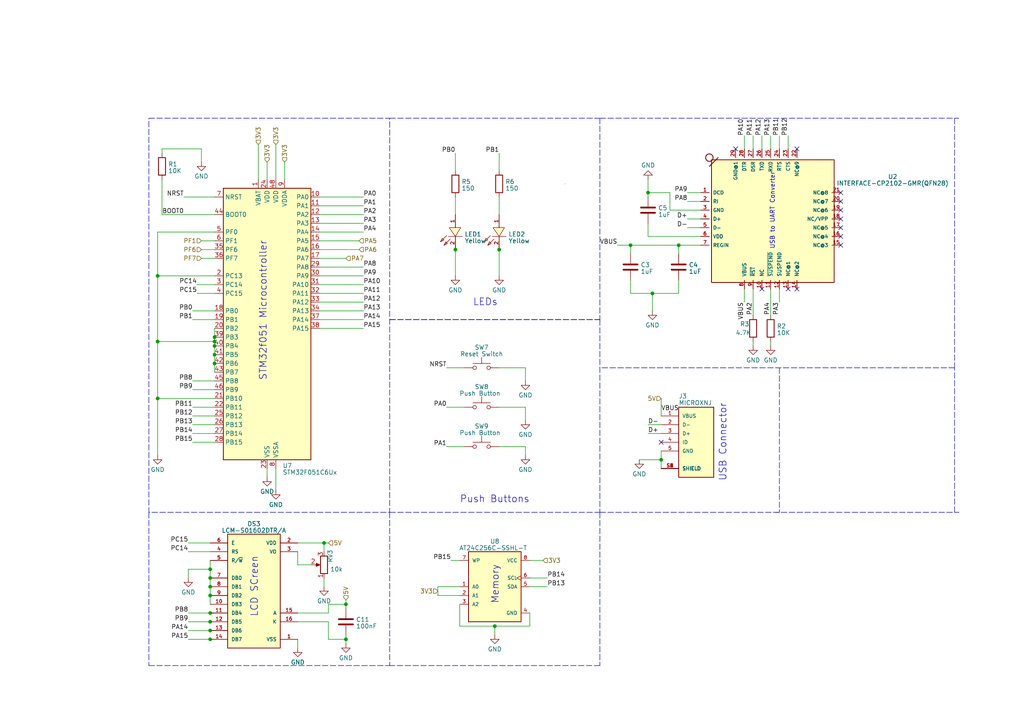
<source format=kicad_sch>
(kicad_sch (version 20230121) (generator eeschema)
  (paper "A4")
  (title_block (title "EEE3088F Microcontroller Subsystem ") (date "2023-03-18") (rev "V3") (company "University of Cape Town ") (comment 1 "Group 11") (comment 2 "Bulisani Ngwenya") (comment 3 "NGWBUL004"))
  (lib_symbols
    (symbol "17-21SUYC_TR8:17-21SUYC_TR8" (pin_names hide)
      (property "Reference" "LED" (at 0 1.27 0))
      (property "Value" "17-21SUYC_TR8" (at 0 -2.54 0))
      (symbol "17-21SUYC_TR8_0_1"
        (polyline (pts (xy -2.032 1.524) (xy -3.81 3.302)))
        (polyline (pts (xy -1.27 2.032) (xy -1.27 -2.032)))
        (polyline (pts (xy -1.016 2.54) (xy -2.794 4.318)))
        (polyline (pts (xy -3.81 3.302) (xy -2.794 2.794) (xy -3.302 2.286) (xy -3.81 3.302)) (fill (type background)))
        (polyline (pts (xy -2.794 4.318) (xy -1.778 3.81) (xy -2.286 3.302) (xy -2.794 4.318)) (fill (type background)))
        (polyline (pts (xy 1.27 -1.524) (xy -1.27 0) (xy 1.27 1.778) (xy 1.27 -1.524)) (fill (type background)))
        (pin unspecified line (at 5.08 0 180) (length 3.81) (name "+") (number "1"))
        (pin unspecified line (at -5.08 0 0) (length 3.81) (name "-") (number "2"))
      )
    )
    (symbol "AT24C256C-SSHL-T:AT24C256C-SSHL-T" (pin_names (offset 1.016))
      (property "Reference" "U" (at -7.6427 10.1903 0))
      (property "Value" "AT24C256C-SSHL-T" (at -7.6309 -12.7181 0))
      (symbol "AT24C256C-SSHL-T_0_0"
        (rectangle (start -7.62 -10.16) (end 7.62 10.16) (stroke (width 0.254)) (fill (type background)))
        (pin input line (at -10.16 0 0) (length 2.54) (name "A0") (number "1"))
        (pin input line (at -10.16 -2.54 0) (length 2.54) (name "A1") (number "2"))
        (pin input line (at -10.16 -5.08 0) (length 2.54) (name "A2") (number "3"))
        (pin power_in line (at 10.16 -7.62 180) (length 2.54) (name "GND") (number "4"))
        (pin bidirectional line (at 10.16 0 180) (length 2.54) (name "SDA") (number "5"))
        (pin input clock (at 10.16 2.54 180) (length 2.54) (name "SCL") (number "6"))
        (pin input line (at -10.16 7.62 0) (length 2.54) (name "WP") (number "7"))
        (pin power_in line (at 10.16 7.62 180) (length 2.54) (name "VCC") (number "8"))
      )
    )
    (symbol "Device:C" (pin_numbers hide) (pin_names (offset 0.254))
      (property "Reference" "C" (at 0.635 2.54 0))
      (property "Value" "C" (at 0.635 -2.54 0))
      (symbol "C_0_1"
        (polyline (pts (xy -2.032 -0.762) (xy 2.032 -0.762)) (stroke (width 0.508)))
        (polyline (pts (xy -2.032 0.762) (xy 2.032 0.762)) (stroke (width 0.508)))
      )
      (symbol "C_1_1"
        (pin passive line (at 0 3.81 270) (length 2.794) (name "~") (number "1"))
        (pin passive line (at 0 -3.81 90) (length 2.794) (name "~") (number "2"))
      )
    )
    (symbol "Device:R" (pin_numbers hide) (pin_names (offset 0))
      (property "Reference" "R" (at 2.032 0 90))
      (property "Value" "R" (at 0 0 90))
      (symbol "R_0_1"
        (rectangle (start -1.016 -2.54) (end 1.016 2.54) (stroke (width 0.254)))
      )
      (symbol "R_1_1"
        (pin passive line (at 0 3.81 270) (length 1.27) (name "~") (number "1"))
        (pin passive line (at 0 -3.81 90) (length 1.27) (name "~") (number "2"))
      )
    )
    (symbol "Device:R_Potentiometer" (pin_names (offset 1.016) hide)
      (property "Reference" "RV" (at -4.445 0 90))
      (property "Value" "R_Potentiometer" (at -2.54 0 90))
      (symbol "R_Potentiometer_0_1"
        (polyline (pts (xy 2.54 0) (xy 1.524 0)))
        (polyline (pts (xy 1.143 0) (xy 2.286 0.508) (xy 2.286 -0.508) (xy 1.143 0)) (fill (type outline)))
        (rectangle (start 1.016 2.54) (end -1.016 -2.54) (stroke (width 0.254)))
      )
      (symbol "R_Potentiometer_1_1"
        (pin passive line (at 0 3.81 270) (length 1.27) (name "1") (number "1"))
        (pin passive line (at 3.81 0 180) (length 1.27) (name "2") (number "2"))
        (pin passive line (at 0 -3.81 90) (length 1.27) (name "3") (number "3"))
      )
    )
    (symbol "INTERFACE-CP2102-GMR_QFN28_:INTERFACE-CP2102-GMR(QFN28)" (pin_names (offset 1.016))
      (property "Reference" "U" (at -17.8087 20.3528 0))
      (property "Value" "INTERFACE-CP2102-GMR(QFN28)" (at -17.7978 -17.7978 0))
      (symbol "INTERFACE-CP2102-GMR(QFN28)_0_0"
        (circle (center -17.78 17.78) (radius 1.0776) (stroke (width 0.254)))
        (rectangle (start -17.145 -18.415) (end 18.415 17.145) (stroke (width 0.254)) (fill (type background)))
        (polyline (pts (xy -17.78 15.24) (xy -15.24 17.78)) (stroke (width 0.254)))
        (pin bidirectional line (at -20.32 7.62 0) (length 2.54) (name "DCD") (number "1"))
        (pin bidirectional line (at -2.54 -20.32 90) (length 2.54) (name "NC") (number "10"))
        (pin bidirectional line (at 0 -20.32 90) (length 2.54) (name "~{SUSPEND}") (number "11"))
        (pin bidirectional line (at 2.54 -20.32 90) (length 2.54) (name "SUSPEND") (number "12"))
        (pin bidirectional line (at 5.08 -20.32 90) (length 2.54) (name "NC@1") (number "13"))
        (pin bidirectional line (at 7.62 -20.32 90) (length 2.54) (name "NC@2") (number "14"))
        (pin bidirectional line (at 20.32 -7.62 180) (length 2.54) (name "NC@3") (number "15"))
        (pin bidirectional line (at 20.32 -5.08 180) (length 2.54) (name "NC@4") (number "16"))
        (pin bidirectional line (at 20.32 -2.54 180) (length 2.54) (name "NC@5") (number "17"))
        (pin bidirectional line (at 20.32 0 180) (length 2.54) (name "NC/VPP") (number "18"))
        (pin bidirectional line (at 20.32 2.54 180) (length 2.54) (name "NC@6") (number "19"))
        (pin bidirectional line (at -20.32 5.08 0) (length 2.54) (name "RI") (number "2"))
        (pin bidirectional line (at 20.32 5.08 180) (length 2.54) (name "NC@7") (number "20"))
        (pin bidirectional line (at 20.32 7.62 180) (length 2.54) (name "NC@8") (number "21"))
        (pin bidirectional line (at 7.62 20.32 270) (length 2.54) (name "NC@9") (number "22"))
        (pin bidirectional line (at 5.08 20.32 270) (length 2.54) (name "CTS") (number "23"))
        (pin bidirectional line (at 2.54 20.32 270) (length 2.54) (name "RTS") (number "24"))
        (pin bidirectional line (at 0 20.32 270) (length 2.54) (name "RXD") (number "25"))
        (pin bidirectional line (at -2.54 20.32 270) (length 2.54) (name "TXD") (number "26"))
        (pin bidirectional line (at -5.08 20.32 270) (length 2.54) (name "DSR") (number "27"))
        (pin bidirectional line (at -7.62 20.32 270) (length 2.54) (name "DTR") (number "28"))
        (pin bidirectional line (at -10.16 20.32 270) (length 2.54) (name "GND@1") (number "29"))
        (pin bidirectional line (at -20.32 2.54 0) (length 2.54) (name "GND") (number "3"))
        (pin bidirectional line (at -20.32 0 0) (length 2.54) (name "D+") (number "4"))
        (pin bidirectional line (at -20.32 -2.54 0) (length 2.54) (name "D-") (number "5"))
        (pin bidirectional line (at -20.32 -5.08 0) (length 2.54) (name "VDD") (number "6"))
        (pin bidirectional line (at -20.32 -7.62 0) (length 2.54) (name "REGIN") (number "7"))
        (pin bidirectional line (at -7.62 -20.32 90) (length 2.54) (name "VBUS") (number "8"))
        (pin bidirectional line (at -5.08 -20.32 90) (length 2.54) (name "~{RST}") (number "9"))
      )
    )
    (symbol "LCM-S01602DTR_A:LCM-S01602DTR{slash}A" (pin_names (offset 1.016))
      (property "Reference" "DS" (at -9.9178 18.3098 0))
      (property "Value" "LCM-S01602DTR{slash}A" (at -9.9147 -17.2871 0))
      (symbol "LCM-S01602DTR{slash}A_0_0"
        (rectangle (start -10.16 -15.24) (end 5.08 17.78) (stroke (width 0.254)) (fill (type background)))
        (pin power_in line (at 10.16 -12.7 180) (length 5.08) (name "VSS") (number "1"))
        (pin bidirectional line (at -15.24 -2.54 0) (length 5.08) (name "DB3") (number "10"))
        (pin bidirectional line (at -15.24 -5.08 0) (length 5.08) (name "DB4") (number "11"))
        (pin bidirectional line (at -15.24 -7.62 0) (length 5.08) (name "DB5") (number "12"))
        (pin bidirectional line (at -15.24 -10.16 0) (length 5.08) (name "DB6") (number "13"))
        (pin bidirectional line (at -15.24 -12.7 0) (length 5.08) (name "DB7") (number "14"))
        (pin passive line (at 10.16 -5.08 180) (length 5.08) (name "A") (number "15"))
        (pin passive line (at 10.16 -7.62 180) (length 5.08) (name "K") (number "16"))
        (pin power_in line (at 10.16 15.24 180) (length 5.08) (name "VDD") (number "2"))
        (pin power_in line (at 10.16 12.7 180) (length 5.08) (name "VO") (number "3"))
        (pin input line (at -15.24 12.7 0) (length 5.08) (name "RS") (number "4"))
        (pin input line (at -15.24 10.16 0) (length 5.08) (name "R/~{W}") (number "5"))
        (pin input line (at -15.24 15.24 0) (length 5.08) (name "E") (number "6"))
        (pin bidirectional line (at -15.24 5.08 0) (length 5.08) (name "DB0") (number "7"))
        (pin bidirectional line (at -15.24 2.54 0) (length 5.08) (name "DB1") (number "8"))
        (pin bidirectional line (at -15.24 0 0) (length 5.08) (name "DB2") (number "9"))
      )
    )
    (symbol "MCU_ST_STM32F0:STM32F051C6Ux"
      (property "Reference" "U" (at -12.7 41.91 0))
      (property "Value" "STM32F051C6Ux" (at 7.62 41.91 0))
      (symbol "STM32F051C6Ux_0_1"
        (rectangle (start -12.7 -38.1) (end 12.7 40.64) (stroke (width 0.254)) (fill (type background)))
      )
      (symbol "STM32F051C6Ux_1_1"
        (pin power_in line (at -2.54 43.18 270) (length 2.54) (name "VBAT") (number "1"))
        (pin bidirectional line (at 15.24 38.1 180) (length 2.54) (name "PA0") (number "10"))
        (pin bidirectional line (at 15.24 35.56 180) (length 2.54) (name "PA1") (number "11"))
        (pin bidirectional line (at 15.24 33.02 180) (length 2.54) (name "PA2") (number "12"))
        (pin bidirectional line (at 15.24 30.48 180) (length 2.54) (name "PA3") (number "13"))
        (pin bidirectional line (at 15.24 27.94 180) (length 2.54) (name "PA4") (number "14"))
        (pin bidirectional line (at 15.24 25.4 180) (length 2.54) (name "PA5") (number "15"))
        (pin bidirectional line (at 15.24 22.86 180) (length 2.54) (name "PA6") (number "16"))
        (pin bidirectional line (at 15.24 20.32 180) (length 2.54) (name "PA7") (number "17"))
        (pin bidirectional line (at -15.24 5.08 0) (length 2.54) (name "PB0") (number "18"))
        (pin bidirectional line (at -15.24 2.54 0) (length 2.54) (name "PB1") (number "19"))
        (pin bidirectional line (at -15.24 15.24 0) (length 2.54) (name "PC13") (number "2"))
        (pin bidirectional line (at -15.24 0 0) (length 2.54) (name "PB2") (number "20"))
        (pin bidirectional line (at -15.24 -20.32 0) (length 2.54) (name "PB10") (number "21"))
        (pin bidirectional line (at -15.24 -22.86 0) (length 2.54) (name "PB11") (number "22"))
        (pin power_in line (at 0 -40.64 90) (length 2.54) (name "VSS") (number "23"))
        (pin power_in line (at 0 43.18 270) (length 2.54) (name "VDD") (number "24"))
        (pin bidirectional line (at -15.24 -25.4 0) (length 2.54) (name "PB12") (number "25"))
        (pin bidirectional line (at -15.24 -27.94 0) (length 2.54) (name "PB13") (number "26"))
        (pin bidirectional line (at -15.24 -30.48 0) (length 2.54) (name "PB14") (number "27"))
        (pin bidirectional line (at -15.24 -33.02 0) (length 2.54) (name "PB15") (number "28"))
        (pin bidirectional line (at 15.24 17.78 180) (length 2.54) (name "PA8") (number "29"))
        (pin bidirectional line (at -15.24 12.7 0) (length 2.54) (name "PC14") (number "3"))
        (pin bidirectional line (at 15.24 15.24 180) (length 2.54) (name "PA9") (number "30"))
        (pin bidirectional line (at 15.24 12.7 180) (length 2.54) (name "PA10") (number "31"))
        (pin bidirectional line (at 15.24 10.16 180) (length 2.54) (name "PA11") (number "32"))
        (pin bidirectional line (at 15.24 7.62 180) (length 2.54) (name "PA12") (number "33"))
        (pin bidirectional line (at 15.24 5.08 180) (length 2.54) (name "PA13") (number "34"))
        (pin bidirectional line (at -15.24 22.86 0) (length 2.54) (name "PF6") (number "35"))
        (pin bidirectional line (at -15.24 20.32 0) (length 2.54) (name "PF7") (number "36"))
        (pin bidirectional line (at 15.24 2.54 180) (length 2.54) (name "PA14") (number "37"))
        (pin bidirectional line (at 15.24 0 180) (length 2.54) (name "PA15") (number "38"))
        (pin bidirectional line (at -15.24 -2.54 0) (length 2.54) (name "PB3") (number "39"))
        (pin bidirectional line (at -15.24 10.16 0) (length 2.54) (name "PC15") (number "4"))
        (pin bidirectional line (at -15.24 -5.08 0) (length 2.54) (name "PB4") (number "40"))
        (pin bidirectional line (at -15.24 -7.62 0) (length 2.54) (name "PB5") (number "41"))
        (pin bidirectional line (at -15.24 -10.16 0) (length 2.54) (name "PB6") (number "42"))
        (pin bidirectional line (at -15.24 -12.7 0) (length 2.54) (name "PB7") (number "43"))
        (pin input line (at -15.24 33.02 0) (length 2.54) (name "BOOT0") (number "44"))
        (pin bidirectional line (at -15.24 -15.24 0) (length 2.54) (name "PB8") (number "45"))
        (pin bidirectional line (at -15.24 -17.78 0) (length 2.54) (name "PB9") (number "46"))
        (pin passive line (at 0 -40.64 90) (length 2.54) hide (name "VSS") (number "47"))
        (pin power_in line (at 2.54 43.18 270) (length 2.54) (name "VDD") (number "48"))
        (pin passive line (at 0 -40.64 90) (length 2.54) hide (name "VSS") (number "49"))
        (pin bidirectional line (at -15.24 27.94 0) (length 2.54) (name "PF0") (number "5"))
        (pin bidirectional line (at -15.24 25.4 0) (length 2.54) (name "PF1") (number "6"))
        (pin input line (at -15.24 38.1 0) (length 2.54) (name "NRST") (number "7"))
        (pin power_in line (at 2.54 -40.64 90) (length 2.54) (name "VSSA") (number "8"))
        (pin power_in line (at 5.08 43.18 270) (length 2.54) (name "VDDA") (number "9"))
      )
    )
    (symbol "MICROXNJ:MICROXNJ" (pin_names (offset 1.016))
      (property "Reference" "J" (at -5.0828 10.9278 0))
      (property "Value" "MICROXNJ" (at -5.0823 -10.9276 0))
      (symbol "MICROXNJ_0_0"
        (rectangle (start -5.08 -10.16) (end 5.08 10.16) (stroke (width 0.254)) (fill (type background)))
        (pin power_in line (at -10.16 7.62 0) (length 5.08) (name "VBUS") (number "1"))
        (pin bidirectional line (at -10.16 5.08 0) (length 5.08) (name "D-") (number "2"))
        (pin bidirectional line (at -10.16 2.54 0) (length 5.08) (name "D+") (number "3"))
        (pin bidirectional line (at -10.16 0 0) (length 5.08) (name "ID") (number "4"))
        (pin power_in line (at -10.16 -2.54 0) (length 5.08) (name "GND") (number "5"))
        (pin passive line (at -10.16 -7.62 0) (length 5.08) (name "SHIELD") (number "S1"))
        (pin passive line (at -10.16 -7.62 0) (length 5.08) (name "SHIELD") (number "S2"))
        (pin passive line (at -10.16 -7.62 0) (length 5.08) (name "SHIELD") (number "S3"))
        (pin passive line (at -10.16 -7.62 0) (length 5.08) (name "SHIELD") (number "S4"))
        (pin passive line (at -10.16 -7.62 0) (length 5.08) (name "SHIELD") (number "S5"))
        (pin passive line (at -10.16 -7.62 0) (length 5.08) (name "SHIELD") (number "S6"))
      )
    )
    (symbol "Switch:SW_Push" (pin_numbers hide) (pin_names (offset 1.016) hide)
      (property "Reference" "SW" (at 1.27 2.54 0))
      (property "Value" "SW_Push" (at 0 -1.524 0))
      (symbol "SW_Push_0_1"
        (circle (center -2.032 0) (radius 0.508))
        (polyline (pts (xy 0 1.27) (xy 0 3.048)))
        (polyline (pts (xy 2.54 1.27) (xy -2.54 1.27)))
        (circle (center 2.032 0) (radius 0.508))
        (pin passive line (at -5.08 0 0) (length 2.54) (name "1") (number "1"))
        (pin passive line (at 5.08 0 180) (length 2.54) (name "2") (number "2"))
      )
    )
    (symbol "power:GND" (power) (pin_names (offset 0))
      (property "Value" "GND" (at 0 -3.81 0))
      (symbol "GND_0_1"
        (polyline (pts (xy 0 0) (xy 0 -1.27) (xy 1.27 -1.27) (xy 0 -2.54) (xy -1.27 -1.27) (xy 0 -1.27)))
      )
      (symbol "GND_1_1"
        (pin power_in line (at 0 0 270) (length 0) hide (name "GND") (number "1"))
      )
    )
  )
  (junction (at 60.96 172.72))
  (junction (at 45.72 115.57))
  (junction (at 196.85 71.12))
  (junction (at 60.96 182.88))
  (junction (at 182.88 71.12))
  (junction (at 189.23 85.09))
  (junction (at 60.96 180.34))
  (junction (at 62.23 102.87))
  (junction (at 60.96 165.1))
  (junction (at 45.72 80.01))
  (junction (at 60.96 177.8))
  (junction (at 132.08 72.39))
  (junction (at 191.77 133.35))
  (junction (at 62.23 99.06))
  (junction (at 60.96 185.42))
  (junction (at 144.78 72.39))
  (junction (at 62.23 100.33))
  (junction (at 60.96 167.64))
  (junction (at 100.33 185.42))
  (junction (at 187.96 55.88))
  (junction (at 93.98 157.48))
  (junction (at 62.23 105.41))
  (junction (at 62.23 97.79))
  (junction (at 45.72 99.06))
  (junction (at 100.33 175.26))
  (junction (at 60.96 170.18))
  (junction (at 143.51 181.61))
  (no_connect (at 243.84 58.42))
  (no_connect (at 243.84 55.88))
  (no_connect (at 220.98 83.82))
  (no_connect (at 231.14 83.82))
  (no_connect (at 243.84 66.04))
  (no_connect (at 243.84 60.96))
  (no_connect (at 243.84 71.12))
  (no_connect (at 243.84 68.58))
  (no_connect (at 231.14 43.18))
  (no_connect (at 228.6 83.82))
  (no_connect (at 213.36 43.18))
  (no_connect (at 191.77 128.27))
  (no_connect (at 243.84 63.5))
  (wire (pts (xy 203.2 60.96) (xy 194.31 60.96)))
  (wire (pts (xy 62.23 185.42) (xy 60.96 185.42)))
  (wire (pts (xy 55.88 118.11) (xy 62.23 118.11)))
  (wire (pts (xy 92.71 74.93) (xy 100.33 74.93)))
  (wire (pts (xy 92.71 64.77) (xy 105.41 64.77)))
  (wire (pts (xy 199.39 66.04) (xy 203.2 66.04)))
  (wire (pts (xy 62.23 180.34) (xy 60.96 180.34)))
  (wire (pts (xy 191.77 133.35) (xy 191.77 130.81)))
  (wire (pts (xy 144.78 106.68) (xy 152.4 106.68)))
  (wire (pts (xy 60.96 162.56) (xy 60.96 165.1)))
  (wire (pts (xy 187.96 125.73) (xy 191.77 125.73)))
  (wire (pts (xy 60.96 172.72) (xy 60.96 175.26)))
  (wire (pts (xy 55.88 125.73) (xy 62.23 125.73)))
  (wire (pts (xy 92.71 67.31) (xy 105.41 67.31)))
  (wire (pts (xy 92.71 85.09) (xy 105.41 85.09)))
  (wire (pts (xy 86.36 185.42) (xy 86.36 187.96)))
  (wire (pts (xy 82.55 46.99) (xy 82.55 52.07)))
  (wire (pts (xy 199.39 63.5) (xy 203.2 63.5)))
  (wire (pts (xy 58.42 72.39) (xy 62.23 72.39)))
  (wire (pts (xy 92.71 87.63) (xy 105.41 87.63)))
  (wire (pts (xy 60.96 170.18) (xy 60.96 172.72)))
  (wire (pts (xy 95.25 175.26) (xy 100.33 175.26)))
  (wire (pts (xy 92.71 77.47) (xy 105.41 77.47)))
  (wire (pts (xy 143.51 181.61) (xy 143.51 184.15)))
  (wire (pts (xy 226.06 39.37) (xy 226.06 43.18)))
  (polyline (pts (xy 113.03 148.59) (xy 173.99 148.59)) (stroke (width 0) (type dash)))
  (wire (pts (xy 45.72 80.01) (xy 62.23 80.01)))
  (polyline (pts (xy 173.99 148.59) (xy 173.99 193.04)) (stroke (width 0) (type dash)))
  (wire (pts (xy 62.23 102.87) (xy 62.23 105.41)))
  (wire (pts (xy 92.71 62.23) (xy 105.41 62.23)))
  (polyline (pts (xy 113.03 92.71) (xy 173.99 92.71)) (stroke (width 0) (type dash)))
  (wire (pts (xy 152.4 129.54) (xy 152.4 132.08)))
  (wire (pts (xy 92.71 72.39) (xy 104.14 72.39)))
  (wire (pts (xy 58.42 43.18) (xy 58.42 46.99)))
  (wire (pts (xy 187.96 68.58) (xy 203.2 68.58)))
  (wire (pts (xy 223.52 83.82) (xy 223.52 91.44)))
  (wire (pts (xy 130.81 162.56) (xy 133.35 162.56)))
  (wire (pts (xy 62.23 105.41) (xy 62.23 107.95)))
  (wire (pts (xy 144.78 129.54) (xy 152.4 129.54)))
  (wire (pts (xy 182.88 81.28) (xy 182.88 85.09)))
  (wire (pts (xy 133.35 170.18) (xy 127 170.18)))
  (wire (pts (xy 77.47 135.89) (xy 77.47 138.43)))
  (wire (pts (xy 60.96 182.88) (xy 54.61 182.88)))
  (wire (pts (xy 95.25 177.8) (xy 95.25 175.26)))
  (wire (pts (xy 62.23 97.79) (xy 62.23 99.06)))
  (wire (pts (xy 45.72 67.31) (xy 45.72 80.01)))
  (wire (pts (xy 92.71 57.15) (xy 105.41 57.15)))
  (wire (pts (xy 199.39 55.88) (xy 203.2 55.88)))
  (wire (pts (xy 60.96 177.8) (xy 54.61 177.8)))
  (polyline (pts (xy 226.06 106.68) (xy 226.06 148.59)) (stroke (width 0) (type dash)))
  (wire (pts (xy 189.23 85.09) (xy 196.85 85.09)))
  (wire (pts (xy 54.61 165.1) (xy 54.61 167.64)))
  (wire (pts (xy 74.93 41.91) (xy 74.93 52.07)))
  (wire (pts (xy 218.44 99.06) (xy 218.44 100.33)))
  (polyline (pts (xy 113.03 148.59) (xy 113.03 193.04)) (stroke (width 0) (type dash)))
  (wire (pts (xy 187.96 68.58) (xy 187.96 64.77)))
  (wire (pts (xy 182.88 71.12) (xy 182.88 73.66)))
  (wire (pts (xy 223.52 39.37) (xy 223.52 43.18)))
  (wire (pts (xy 132.08 72.39) (xy 132.08 80.01)))
  (wire (pts (xy 152.4 110.49) (xy 152.4 106.68)))
  (polyline (pts (xy 173.99 148.59) (xy 278.13 148.59)) (stroke (width 0) (type dash)))
  (wire (pts (xy 100.33 184.15) (xy 100.33 185.42)))
  (polyline (pts (xy 173.99 34.29) (xy 278.13 34.29)) (stroke (width 0) (type dash)))
  (wire (pts (xy 132.08 69.85) (xy 132.08 72.39)))
  (wire (pts (xy 95.25 180.34) (xy 95.25 185.42)))
  (wire (pts (xy 45.72 115.57) (xy 45.72 132.08)))
  (wire (pts (xy 144.78 72.39) (xy 144.78 80.01)))
  (wire (pts (xy 179.07 71.12) (xy 182.88 71.12)))
  (wire (pts (xy 100.33 173.99) (xy 100.33 175.26)))
  (wire (pts (xy 187.96 55.88) (xy 187.96 57.15)))
  (wire (pts (xy 196.85 71.12) (xy 203.2 71.12)))
  (wire (pts (xy 127 170.18) (xy 127 172.72)))
  (wire (pts (xy 46.99 62.23) (xy 62.23 62.23)))
  (wire (pts (xy 144.78 69.85) (xy 144.78 72.39)))
  (wire (pts (xy 92.71 92.71) (xy 105.41 92.71)))
  (wire (pts (xy 62.23 182.88) (xy 60.96 182.88)))
  (wire (pts (xy 228.6 39.37) (xy 228.6 43.18)))
  (wire (pts (xy 92.71 82.55) (xy 105.41 82.55)))
  (wire (pts (xy 132.08 44.45) (xy 132.08 49.53)))
  (wire (pts (xy 60.96 167.64) (xy 60.96 170.18)))
  (wire (pts (xy 133.35 181.61) (xy 133.35 175.26)))
  (wire (pts (xy 86.36 180.34) (xy 95.25 180.34)))
  (wire (pts (xy 129.54 106.68) (xy 134.62 106.68)))
  (wire (pts (xy 100.33 175.26) (xy 100.33 176.53)))
  (wire (pts (xy 189.23 85.09) (xy 189.23 90.17)))
  (wire (pts (xy 60.96 165.1) (xy 60.96 167.64)))
  (wire (pts (xy 45.72 115.57) (xy 62.23 115.57)))
  (wire (pts (xy 55.88 123.19) (xy 62.23 123.19)))
  (wire (pts (xy 153.67 177.8) (xy 153.67 181.61)))
  (wire (pts (xy 46.99 43.18) (xy 58.42 43.18)))
  (wire (pts (xy 55.88 120.65) (xy 62.23 120.65)))
  (polyline (pts (xy 226.06 148.59) (xy 224.79 148.59)))
  (wire (pts (xy 54.61 157.48) (xy 60.96 157.48)))
  (wire (pts (xy 191.77 133.35) (xy 191.77 135.89)))
  (wire (pts (xy 86.36 160.02) (xy 86.36 163.83)))
  (wire (pts (xy 153.67 181.61) (xy 143.51 181.61)))
  (wire (pts (xy 223.52 99.06) (xy 223.52 100.33)))
  (wire (pts (xy 92.71 80.01) (xy 105.41 80.01)))
  (wire (pts (xy 93.98 167.64) (xy 93.98 170.18)))
  (wire (pts (xy 92.71 59.69) (xy 105.41 59.69)))
  (wire (pts (xy 55.88 90.17) (xy 62.23 90.17)))
  (polyline (pts (xy 43.18 148.59) (xy 43.18 193.04)) (stroke (width 0) (type dash)))
  (wire (pts (xy 77.47 46.99) (xy 77.47 52.07)))
  (polyline (pts (xy 173.99 34.29) (xy 173.99 92.71)) (stroke (width 0) (type dash)))
  (wire (pts (xy 144.78 57.15) (xy 144.78 62.23)))
  (wire (pts (xy 45.72 99.06) (xy 62.23 99.06)))
  (wire (pts (xy 218.44 39.37) (xy 218.44 43.18)))
  (wire (pts (xy 80.01 41.91) (xy 80.01 52.07)))
  (polyline (pts (xy 276.86 34.29) (xy 276.86 106.68)) (stroke (width 0) (type dash)))
  (wire (pts (xy 60.96 185.42) (xy 54.61 185.42)))
  (wire (pts (xy 143.51 181.61) (xy 133.35 181.61)))
  (polyline (pts (xy 276.86 106.68) (xy 173.99 106.68)) (stroke (width 0) (type dash)))
  (wire (pts (xy 45.72 67.31) (xy 62.23 67.31)))
  (wire (pts (xy 54.61 160.02) (xy 60.96 160.02)))
  (wire (pts (xy 62.23 128.27) (xy 55.88 128.27)))
  (wire (pts (xy 93.98 157.48) (xy 95.25 157.48)))
  (wire (pts (xy 182.88 85.09) (xy 189.23 85.09)))
  (wire (pts (xy 80.01 135.89) (xy 80.01 142.24)))
  (wire (pts (xy 62.23 99.06) (xy 62.23 100.33)))
  (wire (pts (xy 191.77 115.57) (xy 191.77 120.65)))
  (wire (pts (xy 182.88 71.12) (xy 196.85 71.12)))
  (wire (pts (xy 93.98 157.48) (xy 93.98 160.02)))
  (wire (pts (xy 86.36 157.48) (xy 93.98 157.48)))
  (wire (pts (xy 194.31 55.88) (xy 187.96 55.88)))
  (wire (pts (xy 54.61 180.34) (xy 60.96 180.34)))
  (wire (pts (xy 199.39 58.42) (xy 203.2 58.42)))
  (polyline (pts (xy 276.86 148.59) (xy 276.86 106.68)) (stroke (width 0) (type dash)))
  (wire (pts (xy 53.34 57.15) (xy 62.23 57.15)))
  (wire (pts (xy 62.23 100.33) (xy 62.23 102.87)))
  (wire (pts (xy 226.06 83.82) (xy 226.06 87.63)))
  (polyline (pts (xy 113.03 34.29) (xy 173.99 34.29)) (stroke (width 0) (type dash)))
  (wire (pts (xy 215.9 87.63) (xy 215.9 83.82)))
  (wire (pts (xy 62.23 177.8) (xy 60.96 177.8)))
  (wire (pts (xy 57.15 85.09) (xy 62.23 85.09)))
  (wire (pts (xy 54.61 165.1) (xy 60.96 165.1)))
  (wire (pts (xy 45.72 99.06) (xy 45.72 115.57)))
  (wire (pts (xy 196.85 85.09) (xy 196.85 81.28)))
  (wire (pts (xy 144.78 44.45) (xy 144.78 49.53)))
  (polyline (pts (xy 113.03 92.71) (xy 173.99 92.71)) (stroke (width 0) (type dash)))
  (wire (pts (xy 220.98 39.37) (xy 220.98 43.18)))
  (wire (pts (xy 185.42 133.35) (xy 191.77 133.35)))
  (wire (pts (xy 187.96 123.19) (xy 191.77 123.19)))
  (wire (pts (xy 62.23 95.25) (xy 62.23 97.79)))
  (wire (pts (xy 46.99 44.45) (xy 46.99 43.18)))
  (wire (pts (xy 46.99 52.07) (xy 46.99 62.23)))
  (wire (pts (xy 194.31 60.96) (xy 194.31 55.88)))
  (wire (pts (xy 62.23 92.71) (xy 55.88 92.71)))
  (wire (pts (xy 144.78 118.11) (xy 152.4 118.11)))
  (wire (pts (xy 95.25 185.42) (xy 100.33 185.42)))
  (wire (pts (xy 92.71 95.25) (xy 105.41 95.25)))
  (wire (pts (xy 45.72 99.06) (xy 45.72 80.01)))
  (wire (pts (xy 86.36 163.83) (xy 90.17 163.83)))
  (wire (pts (xy 100.33 185.42) (xy 100.33 186.69)))
  (polyline (pts (xy 173.99 92.71) (xy 173.99 148.59)) (stroke (width 0) (type dash)))
  (wire (pts (xy 215.9 39.37) (xy 215.9 43.18)))
  (wire (pts (xy 58.42 69.85) (xy 62.23 69.85)))
  (wire (pts (xy 58.42 74.93) (xy 62.23 74.93)))
  (wire (pts (xy 129.54 118.11) (xy 134.62 118.11)))
  (wire (pts (xy 55.88 113.03) (xy 62.23 113.03)))
  (wire (pts (xy 218.44 83.82) (xy 218.44 91.44)))
  (wire (pts (xy 152.4 118.11) (xy 152.4 121.92)))
  (polyline (pts (xy 43.18 193.04) (xy 113.03 193.04)) (stroke (width 0) (type dash)))
  (wire (pts (xy 153.67 162.56) (xy 157.48 162.56)))
  (wire (pts (xy 132.08 57.15) (xy 132.08 62.23)))
  (polyline (pts (xy 173.99 193.04) (xy 113.03 193.04)) (stroke (width 0) (type dash)))
  (wire (pts (xy 153.67 170.18) (xy 158.75 170.18)))
  (wire (pts (xy 129.54 129.54) (xy 134.62 129.54)))
  (wire (pts (xy 92.71 90.17) (xy 105.41 90.17)))
  (wire (pts (xy 86.36 177.8) (xy 95.25 177.8)))
  (wire (pts (xy 133.35 172.72) (xy 127 172.72)))
  (wire (pts (xy 196.85 71.12) (xy 196.85 73.66)))
  (wire (pts (xy 153.67 167.64) (xy 158.75 167.64)))
  (wire (pts (xy 92.71 69.85) (xy 104.14 69.85)))
  (wire (pts (xy 55.88 110.49) (xy 62.23 110.49)))
  (wire (pts (xy 57.15 82.55) (xy 62.23 82.55)))
  (wire (pts (xy 187.96 52.07) (xy 187.96 55.88)))
  (rectangle (start 163.83 53.34) (end 163.83 53.34))
  (rectangle (start 113.03 148.59) (end 113.03 148.59))
  (rectangle (start 43.18 34.29) (end 113.03 148.59) (stroke (width 0) (type dash)))
  (text "Memory" (at 144.78 175.26 90) (effects (font (size 2 2)) (justify left bottom)))
  (text "Push Buttons " (at 133.35 146.05 0) (effects (font (size 2 2)) (justify left bottom)))
  (text "LEDs" (at 137.16 88.9 0) (effects (font (size 2 2)) (justify left bottom)))
  (text "STM32f051 Microcontroller " (at 77.47 110.49 90) (effects (font (size 2 2)) (justify left bottom)))
  (text "USB to UART Converter \n" (at 224.79 72.39 90) (effects (font (size 1.27 1.27)) (justify left bottom)))
  (text "LCD SCreen" (at 74.93 179.07 90) (effects (font (size 2 2)) (justify left bottom)))
  (text "USB Connector\n" (at 210.82 139.7 90) (effects (font (size 2 2)) (justify left bottom)))
  (label "PA10" (at 215.9 39.37 90))
  (label "PC14" (at 54.61 160.02 180))
  (label "PB1" (at 144.78 44.45 180))
  (label "PA2" (at 218.44 87.63 270))
  (label "PA3" (at 105.41 64.77 0))
  (label "PB14" (at 55.88 125.73 180))
  (label "PA3" (at 226.06 87.63 270))
  (label "PB13" (at 55.88 123.19 180))
  (label "PA1" (at 129.54 129.54 180))
  (label "D-" (at 199.39 66.04 180))
  (label "D-" (at 187.96 123.19 0))
  (label "PA2" (at 105.41 62.23 0))
  (label "PA11" (at 105.41 85.09 0))
  (label "PA9" (at 105.41 80.01 0))
  (label "PA0" (at 129.54 118.11 180))
  (label "PB14" (at 158.75 167.64 0))
  (label "PB11" (at 55.88 118.11 180))
  (label "PB9" (at 54.61 180.34 180))
  (label "PB0" (at 55.88 90.17 180))
  (label "PB0" (at 132.08 44.45 180))
  (label "PA4" (at 223.52 87.63 270))
  (label "PB11" (at 226.06 39.37 90))
  (label "PB8" (at 55.88 110.49 180))
  (label "PC15" (at 54.61 157.48 180))
  (label "PA4" (at 105.41 67.31 0))
  (label "BOOT0" (at 53.34 62.23 180))
  (label "PA14" (at 54.61 182.88 180))
  (label "PA1" (at 105.41 59.69 0))
  (label "PB1" (at 55.88 92.71 180))
  (label "PC14" (at 57.15 82.55 180))
  (label "PA0" (at 105.41 57.15 0))
  (label "PB12" (at 228.6 39.37 90))
  (label "PA8" (at 105.41 77.47 0))
  (label "PA13" (at 223.52 39.37 90))
  (label "PA12" (at 105.41 87.63 0))
  (label "VBUS" (at 191.77 119.38 0))
  (label "PA11" (at 218.44 39.37 90))
  (label "PA15" (at 105.41 95.25 0))
  (label "PA13" (at 105.41 90.17 0))
  (label "PA8" (at 199.39 58.42 180))
  (label "PC15" (at 57.15 85.09 180))
  (label "VBUS" (at 215.9 87.63 270))
  (label "PB8" (at 54.61 177.8 180))
  (label "PB13" (at 158.75 170.18 0))
  (label "PB15" (at 55.88 128.27 180))
  (label "PA10" (at 105.41 82.55 0))
  (label "PA14" (at 105.41 92.71 0))
  (label "NRST" (at 129.54 106.68 180))
  (label "PB9" (at 55.88 113.03 180))
  (label "VBUS" (at 179.07 71.12 180))
  (label "D+" (at 199.39 63.5 180))
  (label "PA9" (at 199.39 55.88 180))
  (label "D+" (at 187.96 125.73 0))
  (label "PA15" (at 54.61 185.42 180))
  (label "PA12" (at 220.98 39.37 90))
  (label "NRST" (at 53.34 57.15 180))
  (label "PB12" (at 55.88 120.65 180))
  (label "PB15" (at 130.81 162.56 180))
  (hierarchical_label "3V3" (shape input) (at 80.01 41.91 90))
  (hierarchical_label "PF7" (shape input) (at 58.42 74.93 180))
  (hierarchical_label "PA7" (shape input) (at 100.33 74.93 0))
  (hierarchical_label "5V" (shape input) (at 191.77 115.57 180))
  (hierarchical_label "3V3" (shape input) (at 77.47 46.99 90))
  (hierarchical_label "5V" (shape input) (at 100.33 173.99 90))
  (hierarchical_label "3V3" (shape input) (at 74.93 41.91 90))
  (hierarchical_label "3V3" (shape input) (at 157.48 162.56 0))
  (hierarchical_label "5V" (shape input) (at 95.25 157.48 0))
  (hierarchical_label "PA6" (shape input) (at 104.14 72.39 0))
  (hierarchical_label "PF1" (shape input) (at 58.42 69.85 180))
  (hierarchical_label "3V3" (shape input) (at 127 171.45 180))
  (hierarchical_label "PF6" (shape input) (at 58.42 72.39 180))
  (hierarchical_label "3V3" (shape input) (at 82.55 46.99 90))
  (hierarchical_label "PA5" (shape input) (at 104.14 69.85 0))
  (symbol (lib_id "power:GND") (at 218.44 100.33 0) (unit 1)
    (property "Reference" "#PWR016" (effects hide))
    (property "Value" "GND" (at 218.44 104.4655 0))
  )
  (symbol (lib_id "17-21SUYC_TR8:17-21SUYC_TR8") (at 144.78 67.31 90) (unit 1)
    (property "Reference" "LED2" (at 147.447 67.9363 90) (effects (justify right)))
    (property "Value" "Yellow" (at 147.447 69.8573 90) (effects (justify right)))
    (property "Footprint" "17-21SUYC_TR8:LED0805-R-RD" (effects hide))
    (property "Datasheet" "https://item.szlcsc.com/88042.html" (effects hide))
    (property "LCSC" "C2296" (effects hide))
  )
  (symbol (lib_id "Switch:SW_Push") (at 139.7 118.11 0) (unit 1)
    (property "Reference" "SW8" (at 139.7 112.1791 0))
    (property "Value" "Push Button " (at 139.7 114.1001 0))
  )
  (symbol (lib_id "Device:R_Potentiometer") (at 93.98 163.83 180) (unit 1)
    (property "Reference" "RV3" (at 95.758 163.1863 90) (effects (justify right)))
    (property "Value" "10k" (at 95.758 165.1073 0) (effects (justify right)))
  )
  (symbol (lib_id "AT24C256C-SSHL-T:AT24C256C-SSHL-T") (at 143.51 170.18 0) (unit 1)
    (property "Reference" "U8" (at 143.51 157.0101 0))
    (property "Value" "AT24C256C-SSHL-T " (at 143.51 158.9311 0))
    (property "Footprint" "AT24C256C-SSHL-T (1):SOIC127P600X175-8N" (effects hide))
    (property "MANUFACTURER" "Atmel" (effects hide))
  )
  (symbol (lib_id "power:GND") (at 223.52 100.33 0) (unit 1)
    (property "Reference" "#PWR015" (effects hide))
    (property "Value" "GND" (at 223.52 104.4655 0))
  )
  (symbol (lib_id "Device:C") (at 196.85 77.47 0) (unit 1)
    (property "Reference" "C4" (at 199.771 76.8263 0) (effects (justify left)))
    (property "Value" "1uF" (at 199.771 78.7473 0) (effects (justify left)))
    (property "Footprint" "Capacitor_SMD:C_0805_2012Metric" (effects hide))
  )
  (symbol (lib_id "Device:R") (at 223.52 95.25 0) (unit 1)
    (property "Reference" "R2" (at 225.298 94.6063 0) (effects (justify left)))
    (property "Value" "10K" (at 225.298 96.5273 0) (effects (justify left)))
    (property "Footprint" "Resistor_SMD:R_0805_2012Metric" (effects hide))
  )
  (symbol (lib_id "power:GND") (at 152.4 110.49 0) (unit 1)
    (property "Reference" "#PWR040" (effects hide))
    (property "Value" "GND" (at 152.4 114.6255 0))
  )
  (symbol (lib_id "power:GND") (at 100.33 186.69 0) (unit 1)
    (property "Reference" "#PWR036" (effects hide))
    (property "Value" "GND" (at 100.33 190.8255 0))
  )
  (symbol (lib_id "Device:R") (at 144.78 53.34 0) (unit 1)
    (property "Reference" "R6" (at 146.558 52.6963 0) (effects (justify left)))
    (property "Value" "150" (at 146.558 54.6173 0) (effects (justify left)))
    (property "Footprint" "Resistor_SMD:R_0805_2012Metric" (effects hide))
  )
  (symbol (lib_id "Device:R") (at 218.44 95.25 0) (unit 1)
    (property "Reference" "R3" (at 214.63 93.98 0) (effects (justify left)))
    (property "Value" "4.7K" (at 213.36 96.52 0) (effects (justify left)))
    (property "Footprint" "Resistor_SMD:R_0805_2012Metric" (effects hide))
  )
  (symbol (lib_id "INTERFACE-CP2102-GMR_QFN28_:INTERFACE-CP2102-GMR(QFN28)") (at 223.52 63.5 0) (unit 1)
    (property "Reference" "U2" (at 258.9156 51.2443 0))
    (property "Value" "INTERFACE-CP2102-GMR(QFN28)" (at 258.9156 53.1653 0))
    (property "Footprint" "CP2102-GMR_QFN28_:QFN28G_0.5-5X5MM" (effects hide))
    (property "MPN" "CP2102-GMR" (effects hide))
  )
  (symbol (lib_id "Device:C") (at 100.33 180.34 0) (unit 1)
    (property "Reference" "C11" (at 103.251 179.6963 0) (effects (justify left)))
    (property "Value" "100nF" (at 103.251 181.6173 0) (effects (justify left)))
    (property "Footprint" "Capacitor_SMD:C_0603_1608Metric" (effects hide))
  )
  (symbol (lib_id "power:GND") (at 45.72 132.08 0) (unit 1)
    (property "Reference" "#PWR012" (effects hide))
    (property "Value" "GND" (at 45.72 136.2155 0))
  )
  (symbol (lib_id "power:GND") (at 58.42 46.99 0) (unit 1)
    (property "Reference" "#PWR014" (effects hide))
    (property "Value" "GND" (at 58.42 51.1255 0))
  )
  (symbol (lib_id "power:GND") (at 185.42 133.35 0) (unit 1)
    (property "Reference" "#PWR043" (effects hide))
    (property "Value" "GND" (at 185.42 137.4855 0))
  )
  (symbol (lib_id "power:GND") (at 152.4 132.08 0) (unit 1)
    (property "Reference" "#PWR042" (effects hide))
    (property "Value" "GND" (at 152.4 136.2155 0))
  )
  (symbol (lib_id "power:GND") (at 144.78 80.01 0) (unit 1)
    (property "Reference" "#PWR039" (effects hide))
    (property "Value" "GND" (at 144.78 84.1455 0))
  )
  (symbol (lib_id "power:GND") (at 189.23 90.17 0) (unit 1)
    (property "Reference" "#PWR011" (effects hide))
    (property "Value" "GND" (at 189.23 94.3055 0))
  )
  (symbol (lib_id "Device:R") (at 132.08 53.34 0) (unit 1)
    (property "Reference" "R5" (at 133.858 52.6963 0) (effects (justify left)))
    (property "Value" "150" (at 133.858 54.6173 0) (effects (justify left)))
    (property "Footprint" "Resistor_SMD:R_0805_2012Metric" (effects hide))
  )
  (symbol (lib_id "power:GND") (at 80.01 142.24 0) (unit 1)
    (property "Reference" "#PWR033" (effects hide))
    (property "Value" "GND" (at 80.01 146.3755 0))
  )
  (symbol (lib_id "power:GND") (at 152.4 121.92 0) (unit 1)
    (property "Reference" "#PWR041" (effects hide))
    (property "Value" "GND" (at 152.4 126.0555 0))
  )
  (symbol (lib_id "Device:C") (at 187.96 60.96 0) (unit 1)
    (property "Reference" "C5" (at 190.881 60.3163 0) (effects (justify left)))
    (property "Value" "1uF" (at 190.881 62.2373 0) (effects (justify left)))
    (property "Footprint" "Capacitor_SMD:C_0805_2012Metric" (effects hide))
  )
  (symbol (lib_id "power:GND") (at 77.47 138.43 0) (unit 1)
    (property "Reference" "#PWR032" (effects hide))
    (property "Value" "GND" (at 77.47 142.5655 0))
  )
  (symbol (lib_id "power:GND") (at 143.51 184.15 0) (unit 1)
    (property "Reference" "#PWR038" (effects hide))
    (property "Value" "GND" (at 143.51 188.2855 0))
  )
  (symbol (lib_id "MICROXNJ:MICROXNJ") (at 201.93 128.27 0) (unit 1)
    (property "Reference" "J3" (at 196.85 114.919 0) (effects (justify left)))
    (property "Value" "MICROXNJ" (at 196.85 116.84 0) (effects (justify left)))
    (property "Footprint" "MICROXNJ:SHOUHAN_MICROXNJ" (effects hide))
    (property "MAXIMUM_PACKAGE_HEIGHT" "3mm" (effects hide))
    (property "MANUFACTURER" "SHOUHAN" (effects hide))
    (property "PARTREV" "A" (effects hide))
    (property "STANDARD" "Manufacturer Recommendations" (effects hide))
  )
  (symbol (lib_id "power:GND") (at 187.96 52.07 180) (unit 1)
    (property "Reference" "#PWR013" (effects hide))
    (property "Value" "GND" (at 187.96 47.9345 0))
  )
  (symbol (lib_id "power:GND") (at 54.61 167.64 0) (unit 1)
    (property "Reference" "#PWR031" (effects hide))
    (property "Value" "GND" (at 54.61 171.7755 0))
  )
  (symbol (lib_id "Device:R") (at 46.99 48.26 0) (unit 1)
    (property "Reference" "R1" (at 48.768 47.6163 0) (effects (justify left)))
    (property "Value" "10K" (at 48.768 49.5373 0) (effects (justify left)))
    (property "Footprint" "Resistor_SMD:R_0805_2012Metric" (effects hide))
  )
  (symbol (lib_id "power:GND") (at 93.98 170.18 0) (unit 1)
    (property "Reference" "#PWR035" (effects hide))
    (property "Value" "GND" (at 93.98 174.3155 0))
  )
  (symbol (lib_id "LCM-S01602DTR_A:LCM-S01602DTR{slash}A") (at 76.2 172.72 0) (unit 1)
    (property "Reference" "DS3" (at 73.66 151.9301 0))
    (property "Value" "LCM-S01602DTR/A" (at 73.66 153.8511 0))
    (property "Footprint" "LCM-S01602DTR_A:LCD_LCM-S01602DTR_A" (effects hide))
    (property "MANUFACTURER" "Lumex" (effects hide))
  )
  (symbol (lib_id "power:GND") (at 132.08 80.01 0) (unit 1)
    (property "Reference" "#PWR037" (effects hide))
    (property "Value" "GND" (at 132.08 84.1455 0))
  )
  (symbol (lib_id "Switch:SW_Push") (at 139.7 106.68 0) (unit 1)
    (property "Reference" "SW7" (at 139.7 100.7491 0))
    (property "Value" "Reset Switch" (at 139.7 102.6701 0))
  )
  (symbol (lib_id "Switch:SW_Push") (at 139.7 129.54 0) (unit 1)
    (property "Reference" "SW9" (at 139.7 123.6091 0))
    (property "Value" "Push Button " (at 139.7 125.5301 0))
  )
  (symbol (lib_id "Device:C") (at 182.88 77.47 0) (unit 1)
    (property "Reference" "C3" (at 185.801 76.8263 0) (effects (justify left)))
    (property "Value" "1uF" (at 185.801 78.7473 0) (effects (justify left)))
    (property "Footprint" "Capacitor_SMD:C_0805_2012Metric" (effects hide))
  )
  (symbol (lib_id "power:GND") (at 86.36 187.96 0) (unit 1)
    (property "Reference" "#PWR034" (effects hide))
    (property "Value" "GND" (at 86.36 192.0955 0))
  )
  (symbol (lib_id "17-21SUYC_TR8:17-21SUYC_TR8") (at 132.08 67.31 90) (unit 1)
    (property "Reference" "LED1" (at 134.747 67.9363 90) (effects (justify right)))
    (property "Value" "Yellow" (at 134.747 69.8573 90) (effects (justify right)))
    (property "Footprint" "17-21SUYC_TR8:LED0805-R-RD" (effects hide))
    (property "Datasheet" "https://item.szlcsc.com/88042.html" (effects hide))
    (property "LCSC" "C2296" (effects hide))
  )
  (symbol (lib_id "MCU_ST_STM32F0:STM32F051C6Ux") (at 77.47 95.25 0) (unit 1)
    (property "Reference" "U7" (at 81.9659 135.0725 0) (effects (justify left)))
    (property "Value" "STM32F051C6Ux" (at 81.9659 136.9935 0) (effects (justify left)))
    (property "Footprint" "Package_DFN_QFN:QFN-48-1EP_7x7mm_P0.5mm_EP5.6x5.6mm" (effects hide))
    (property "Datasheet" "https://www.st.com/resource/en/datasheet/stm32f051c6.pdf" (effects hide))
  )
)
</source>
